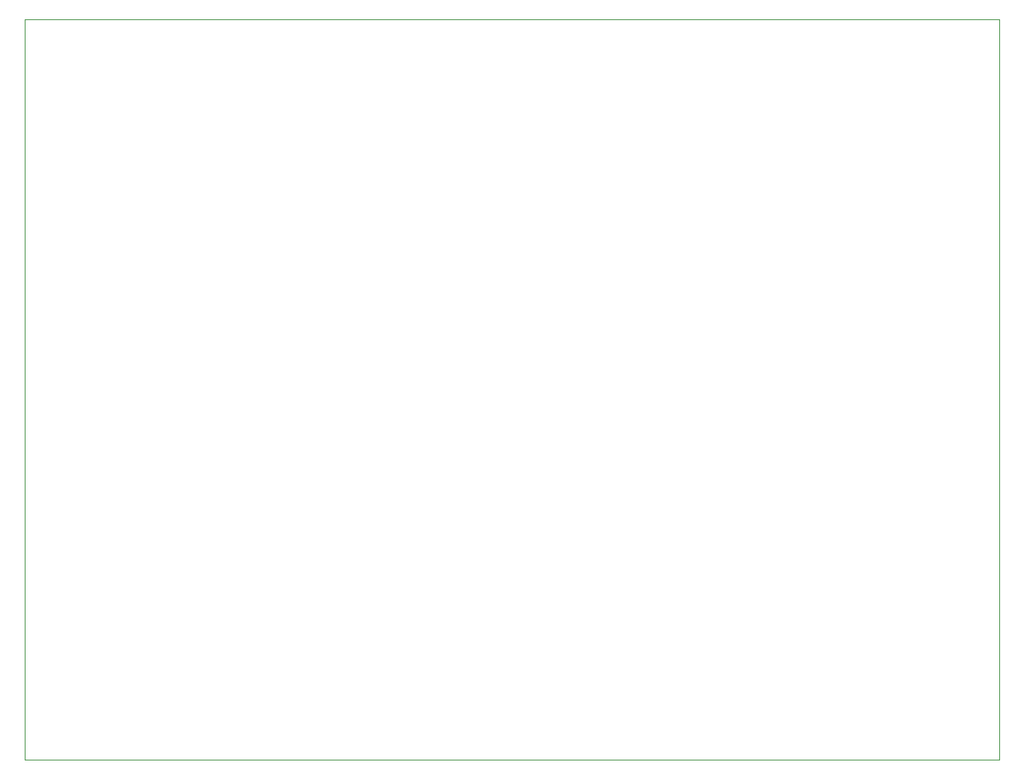
<source format=gbr>
%TF.GenerationSoftware,KiCad,Pcbnew,(6.0.7)*%
%TF.CreationDate,2023-05-13T08:51:53+05:30*%
%TF.ProjectId,DSP_board,4453505f-626f-4617-9264-2e6b69636164,rev?*%
%TF.SameCoordinates,Original*%
%TF.FileFunction,Profile,NP*%
%FSLAX46Y46*%
G04 Gerber Fmt 4.6, Leading zero omitted, Abs format (unit mm)*
G04 Created by KiCad (PCBNEW (6.0.7)) date 2023-05-13 08:51:53*
%MOMM*%
%LPD*%
G01*
G04 APERTURE LIST*
%TA.AperFunction,Profile*%
%ADD10C,0.100000*%
%TD*%
G04 APERTURE END LIST*
D10*
X86060000Y-63880000D02*
X192850000Y-63880000D01*
X192850000Y-63880000D02*
X192850000Y-145060000D01*
X192850000Y-145060000D02*
X86060000Y-145060000D01*
X86060000Y-145060000D02*
X86060000Y-63880000D01*
M02*

</source>
